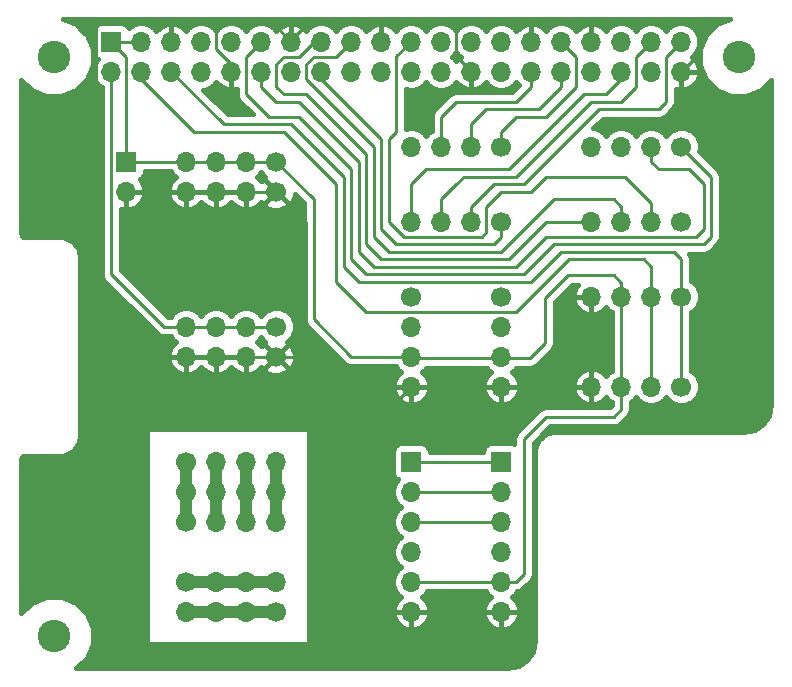
<source format=gbr>
G04 #@! TF.FileFunction,Copper,L2,Bot,Signal*
%FSLAX46Y46*%
G04 Gerber Fmt 4.6, Leading zero omitted, Abs format (unit mm)*
G04 Created by KiCad (PCBNEW 4.0.6-e0-6349~53~ubuntu14.04.1) date Thu May  4 17:22:46 2017*
%MOMM*%
%LPD*%
G01*
G04 APERTURE LIST*
%ADD10C,0.100000*%
%ADD11C,1.700000*%
%ADD12O,1.700000X1.700000*%
%ADD13R,1.700000X1.700000*%
%ADD14C,2.750000*%
%ADD15C,0.250000*%
%ADD16C,1.000000*%
%ADD17C,0.400000*%
G04 APERTURE END LIST*
D10*
D11*
X113411000Y-81178400D03*
D12*
X110871000Y-81178400D03*
X108331000Y-81178400D03*
X105791000Y-81178400D03*
D13*
X99441000Y-68478400D03*
D12*
X99441000Y-71018400D03*
X101981000Y-68478400D03*
X101981000Y-71018400D03*
X104521000Y-68478400D03*
X104521000Y-71018400D03*
X107061000Y-68478400D03*
X107061000Y-71018400D03*
X109601000Y-68478400D03*
X109601000Y-71018400D03*
X112141000Y-68478400D03*
X112141000Y-71018400D03*
X114681000Y-68478400D03*
X114681000Y-71018400D03*
X117221000Y-68478400D03*
X117221000Y-71018400D03*
X119761000Y-68478400D03*
X119761000Y-71018400D03*
X122301000Y-68478400D03*
X122301000Y-71018400D03*
X124841000Y-68478400D03*
X124841000Y-71018400D03*
X127381000Y-68478400D03*
X127381000Y-71018400D03*
X129921000Y-68478400D03*
X129921000Y-71018400D03*
X132461000Y-68478400D03*
X132461000Y-71018400D03*
X135001000Y-68478400D03*
X135001000Y-71018400D03*
X137541000Y-68478400D03*
X137541000Y-71018400D03*
X140081000Y-68478400D03*
X140081000Y-71018400D03*
X142621000Y-68478400D03*
X142621000Y-71018400D03*
X145161000Y-68478400D03*
X145161000Y-71018400D03*
X147701000Y-68478400D03*
X147701000Y-71018400D03*
D13*
X124841000Y-104038400D03*
D12*
X124841000Y-106578400D03*
X124841000Y-109118400D03*
X124841000Y-111658400D03*
X124841000Y-114198400D03*
X124841000Y-116738400D03*
D14*
X152559000Y-69786000D03*
X94559000Y-118786000D03*
X94559000Y-69786000D03*
D13*
X132461000Y-104038400D03*
D12*
X132461000Y-106578400D03*
X132461000Y-109118400D03*
X132461000Y-111658400D03*
X132461000Y-114198400D03*
X132461000Y-116738400D03*
D11*
X105791000Y-104038400D03*
D12*
X108331000Y-104038400D03*
X110871000Y-104038400D03*
X113411000Y-104038400D03*
D11*
X105791000Y-106578400D03*
D12*
X108331000Y-106578400D03*
X110871000Y-106578400D03*
X113411000Y-106578400D03*
D11*
X105791000Y-109118400D03*
D12*
X108331000Y-109118400D03*
X110871000Y-109118400D03*
X113411000Y-109118400D03*
D11*
X105791000Y-114198400D03*
D12*
X108331000Y-114198400D03*
X110871000Y-114198400D03*
X113411000Y-114198400D03*
D11*
X113411000Y-116738400D03*
D12*
X110871000Y-116738400D03*
X108331000Y-116738400D03*
X105791000Y-116738400D03*
D11*
X113411000Y-78638400D03*
D12*
X110871000Y-78638400D03*
X108331000Y-78638400D03*
X105791000Y-78638400D03*
D11*
X113411000Y-92608400D03*
D12*
X110871000Y-92608400D03*
X108331000Y-92608400D03*
X105791000Y-92608400D03*
D11*
X113411000Y-95148400D03*
D12*
X110871000Y-95148400D03*
X108331000Y-95148400D03*
X105791000Y-95148400D03*
D11*
X124841000Y-90068400D03*
D12*
X124841000Y-92608400D03*
X124841000Y-95148400D03*
X124841000Y-97688400D03*
D11*
X132461000Y-77368400D03*
D12*
X129921000Y-77368400D03*
X127381000Y-77368400D03*
X124841000Y-77368400D03*
D11*
X132461000Y-83718400D03*
D12*
X129921000Y-83718400D03*
X127381000Y-83718400D03*
X124841000Y-83718400D03*
D11*
X147701000Y-77368400D03*
D12*
X145161000Y-77368400D03*
X142621000Y-77368400D03*
X140081000Y-77368400D03*
D11*
X147701000Y-83718400D03*
D12*
X145161000Y-83718400D03*
X142621000Y-83718400D03*
X140081000Y-83718400D03*
D11*
X132461000Y-90068400D03*
D12*
X132461000Y-92608400D03*
X132461000Y-95148400D03*
X132461000Y-97688400D03*
D11*
X147701000Y-97688400D03*
D12*
X145161000Y-97688400D03*
X142621000Y-97688400D03*
X140081000Y-97688400D03*
D11*
X147701000Y-90068400D03*
D12*
X145161000Y-90068400D03*
X142621000Y-90068400D03*
X140081000Y-90068400D03*
D13*
X100711000Y-78638400D03*
D12*
X100711000Y-81178400D03*
D15*
X100711000Y-81178400D02*
X105791000Y-81178400D01*
X130556000Y-66573400D02*
X129286000Y-66573400D01*
X128651000Y-67208400D02*
X128651000Y-67843400D01*
X129286000Y-66573400D02*
X128651000Y-67208400D01*
X129921000Y-71018400D02*
X129921000Y-70993000D01*
X129921000Y-70993000D02*
X128651000Y-69723000D01*
X128651000Y-69723000D02*
X128651000Y-67843400D01*
X109601000Y-71018400D02*
X109601000Y-70383400D01*
X109601000Y-70383400D02*
X108331000Y-69113400D01*
X108331000Y-66573400D02*
X108966000Y-66573400D01*
X108331000Y-67208400D02*
X108331000Y-66573400D01*
X108331000Y-69113400D02*
X108331000Y-67208400D01*
X124841000Y-116738400D02*
X122301000Y-116738400D01*
X120396000Y-102133400D02*
X124841000Y-97688400D01*
X120396000Y-114833400D02*
X120396000Y-102133400D01*
X122301000Y-116738400D02*
X120396000Y-114833400D01*
X113411000Y-95148400D02*
X115316000Y-95148400D01*
X115316000Y-95148400D02*
X117856000Y-97688400D01*
X124841000Y-97688400D02*
X117856000Y-97688400D01*
X105791000Y-81178400D02*
X113411000Y-81178400D01*
X113411000Y-81178400D02*
X115951000Y-83718400D01*
X115951000Y-94513400D02*
X115316000Y-95148400D01*
X115951000Y-83718400D02*
X115951000Y-94513400D01*
X114681000Y-68478400D02*
X112776000Y-66573400D01*
X112776000Y-66573400D02*
X113411000Y-66573400D01*
X104521000Y-68478400D02*
X104521000Y-67208400D01*
X104521000Y-67208400D02*
X105156000Y-66573400D01*
X105791000Y-95148400D02*
X103251000Y-95148400D01*
X103251000Y-95148400D02*
X98171000Y-90068400D01*
X98171000Y-90068400D02*
X98171000Y-67208400D01*
X98171000Y-67208400D02*
X98806000Y-66573400D01*
X98806000Y-66573400D02*
X105156000Y-66573400D01*
X148336000Y-66573400D02*
X148336000Y-66548000D01*
X113411000Y-66573400D02*
X129921000Y-66573400D01*
X129921000Y-66573400D02*
X130556000Y-66573400D01*
X130556000Y-66573400D02*
X148336000Y-66573400D01*
X105156000Y-66573400D02*
X108966000Y-66573400D01*
X108966000Y-66573400D02*
X113411000Y-66573400D01*
X113411000Y-95148400D02*
X105791000Y-95148400D01*
X132461000Y-97688400D02*
X124841000Y-97688400D01*
X140081000Y-97688400D02*
X132461000Y-97688400D01*
X140081000Y-90068400D02*
X140081000Y-97688400D01*
X132461000Y-116738400D02*
X124841000Y-116738400D01*
X122301000Y-68478400D02*
X122301000Y-67056000D01*
X122301000Y-67056000D02*
X122809000Y-66548000D01*
X104521000Y-68478400D02*
X104521000Y-68326000D01*
X129921000Y-70993000D02*
X128651000Y-69723000D01*
X135001000Y-68478400D02*
X135001000Y-67056000D01*
X135001000Y-67056000D02*
X134620000Y-66675000D01*
X140081000Y-68478400D02*
X140081000Y-67183000D01*
X140081000Y-67183000D02*
X139446000Y-66548000D01*
X114681000Y-68478400D02*
X114681000Y-68326000D01*
X114681000Y-68326000D02*
X116459000Y-66548000D01*
X116459000Y-66548000D02*
X122809000Y-66548000D01*
X149098000Y-69621400D02*
X147701000Y-71018400D01*
X148336000Y-66548000D02*
X148590000Y-66548000D01*
X148590000Y-66548000D02*
X149098000Y-67056000D01*
X149098000Y-67056000D02*
X149098000Y-69621400D01*
X122809000Y-66548000D02*
X139446000Y-66548000D01*
X139446000Y-66548000D02*
X148336000Y-66548000D01*
X104521000Y-68478400D02*
X104521000Y-68072000D01*
X140081000Y-90170000D02*
X140081000Y-97790000D01*
X129921000Y-83718400D02*
X129921000Y-82448400D01*
X146431000Y-69748400D02*
X147701000Y-68478400D01*
X146431000Y-73558400D02*
X146431000Y-69748400D01*
X145796000Y-74193400D02*
X146431000Y-73558400D01*
X140716000Y-74193400D02*
X145796000Y-74193400D01*
X134366000Y-80543400D02*
X140716000Y-74193400D01*
X131826000Y-80543400D02*
X134366000Y-80543400D01*
X129921000Y-82448400D02*
X131826000Y-80543400D01*
X147701000Y-68478400D02*
X147675600Y-68478400D01*
X127381000Y-83718400D02*
X127381000Y-81813400D01*
X143891000Y-69748400D02*
X145161000Y-68478400D01*
X143891000Y-72288400D02*
X143891000Y-69748400D01*
X142621000Y-73558400D02*
X143891000Y-72288400D01*
X140081000Y-73558400D02*
X142621000Y-73558400D01*
X133731000Y-79908400D02*
X140081000Y-73558400D01*
X129286000Y-79908400D02*
X133731000Y-79908400D01*
X128651000Y-80543400D02*
X129286000Y-79908400D01*
X127381000Y-81813400D02*
X128651000Y-80543400D01*
X142621000Y-83718400D02*
X142621000Y-82448400D01*
X118491000Y-69748400D02*
X119761000Y-68478400D01*
X116586000Y-69748400D02*
X118491000Y-69748400D01*
X115951000Y-70383400D02*
X116586000Y-69748400D01*
X115951000Y-71653400D02*
X115951000Y-70383400D01*
X121666000Y-77368400D02*
X115951000Y-71653400D01*
X121666000Y-84988400D02*
X121666000Y-77368400D01*
X122936000Y-86258400D02*
X121666000Y-84988400D01*
X132461000Y-86258400D02*
X122936000Y-86258400D01*
X136906000Y-81813400D02*
X132461000Y-86258400D01*
X141986000Y-81813400D02*
X136906000Y-81813400D01*
X142621000Y-82448400D02*
X141986000Y-81813400D01*
X119761000Y-68478400D02*
X119913400Y-68478400D01*
X119761000Y-68478400D02*
X119761000Y-68580000D01*
X123571000Y-69723000D02*
X123571000Y-76098400D01*
X123571000Y-76098400D02*
X122936000Y-76733400D01*
X122936000Y-76733400D02*
X122936000Y-83718400D01*
X122936000Y-83718400D02*
X124206000Y-84988400D01*
X124206000Y-84988400D02*
X130784600Y-84988400D01*
X130784600Y-84988400D02*
X131191000Y-84582000D01*
X136271000Y-79908400D02*
X142900400Y-79908400D01*
X135001000Y-81178400D02*
X136271000Y-79908400D01*
X132461000Y-81178400D02*
X135001000Y-81178400D01*
X131191000Y-82448400D02*
X132461000Y-81178400D01*
X131191000Y-84582000D02*
X131191000Y-82448400D01*
X131191000Y-82448400D02*
X131191000Y-82448400D01*
X145161000Y-83566000D02*
X145161000Y-82169000D01*
X145161000Y-82169000D02*
X142900400Y-79908400D01*
X124841000Y-68478400D02*
X124815600Y-68478400D01*
X124815600Y-68478400D02*
X123571000Y-69723000D01*
X124815600Y-68478400D02*
X123571000Y-69723000D01*
X145161000Y-83566000D02*
X145161000Y-82804000D01*
X132461000Y-77368400D02*
X132461000Y-76098400D01*
X138811000Y-69748400D02*
X137541000Y-68478400D01*
X138811000Y-72288400D02*
X138811000Y-69748400D01*
X136271000Y-74828400D02*
X138811000Y-72288400D01*
X133731000Y-74828400D02*
X136271000Y-74828400D01*
X132461000Y-76098400D02*
X133731000Y-74828400D01*
X132461000Y-77368400D02*
X132461000Y-76733400D01*
X137541000Y-68478400D02*
X137693400Y-68478400D01*
X149606000Y-85623400D02*
X150241000Y-84988400D01*
X110871000Y-69748400D02*
X110871000Y-72923400D01*
X110871000Y-72923400D02*
X112776000Y-74828400D01*
X112776000Y-74828400D02*
X115316000Y-74828400D01*
X115316000Y-74828400D02*
X119761000Y-79273400D01*
X119761000Y-79273400D02*
X119761000Y-86893400D01*
X119761000Y-86893400D02*
X121031000Y-88163400D01*
X121031000Y-88163400D02*
X134366000Y-88163400D01*
X134366000Y-88163400D02*
X136906000Y-85623400D01*
X136906000Y-85623400D02*
X149606000Y-85623400D01*
X112141000Y-68478400D02*
X110871000Y-69748400D01*
X150241000Y-79908400D02*
X147701000Y-77368400D01*
X150241000Y-84988400D02*
X150241000Y-79908400D01*
X147701000Y-77216000D02*
X147828000Y-77216000D01*
X147701000Y-77216000D02*
X147701000Y-77216000D01*
X117221000Y-68478400D02*
X116586000Y-68478400D01*
X116586000Y-68478400D02*
X115316000Y-69748400D01*
X136271000Y-83718400D02*
X140081000Y-83718400D01*
X133096000Y-86893400D02*
X136271000Y-83718400D01*
X122301000Y-86893400D02*
X133096000Y-86893400D01*
X121031000Y-85623400D02*
X122301000Y-86893400D01*
X121031000Y-78003400D02*
X121031000Y-85623400D01*
X115951000Y-72923400D02*
X121031000Y-78003400D01*
X114046000Y-72923400D02*
X115951000Y-72923400D01*
X113411000Y-72288400D02*
X114046000Y-72923400D01*
X113411000Y-70383400D02*
X113411000Y-72288400D01*
X114046000Y-69748400D02*
X113411000Y-70383400D01*
X115316000Y-69748400D02*
X114046000Y-69748400D01*
X117221000Y-68478400D02*
X117195600Y-68478400D01*
X100711000Y-78638400D02*
X105791000Y-78638400D01*
X100711000Y-78638400D02*
X100711000Y-74828400D01*
X132461000Y-114198400D02*
X133731000Y-114198400D01*
X142621000Y-99593400D02*
X142621000Y-97688400D01*
X141986000Y-100228400D02*
X142621000Y-99593400D01*
X136271000Y-100228400D02*
X141986000Y-100228400D01*
X134366000Y-102133400D02*
X136271000Y-100228400D01*
X134366000Y-113563400D02*
X134366000Y-102133400D01*
X133731000Y-114198400D02*
X134366000Y-113563400D01*
X124841000Y-95148400D02*
X119761000Y-95148400D01*
X119761000Y-95148400D02*
X116586000Y-91973400D01*
X116586000Y-91973400D02*
X116586000Y-81813400D01*
X116586000Y-81813400D02*
X113411000Y-78638400D01*
X142621000Y-90068400D02*
X142621000Y-97688400D01*
X132461000Y-114198400D02*
X124841000Y-114198400D01*
X105791000Y-78638400D02*
X103886000Y-78638400D01*
X100711000Y-75463400D02*
X100711000Y-74828400D01*
X100711000Y-74828400D02*
X100711000Y-69748400D01*
X100711000Y-69748400D02*
X99441000Y-68478400D01*
X113411000Y-78638400D02*
X110871000Y-78638400D01*
X110871000Y-78638400D02*
X108331000Y-78638400D01*
X108331000Y-78638400D02*
X105791000Y-78638400D01*
X100711000Y-69748400D02*
X99441000Y-68478400D01*
X142621000Y-90170000D02*
X142621000Y-88900000D01*
X134899400Y-95250000D02*
X132461000Y-95250000D01*
X136144000Y-94005400D02*
X134899400Y-95250000D01*
X136144000Y-90195400D02*
X136144000Y-94005400D01*
X138074400Y-88265000D02*
X136144000Y-90195400D01*
X141986000Y-88265000D02*
X138074400Y-88265000D01*
X142621000Y-88900000D02*
X141986000Y-88265000D01*
X101981000Y-68478400D02*
X99441000Y-68478400D01*
X100711000Y-69748400D02*
X99441000Y-68478400D01*
X132461000Y-95250000D02*
X124841000Y-95250000D01*
X142621000Y-90170000D02*
X142621000Y-97790000D01*
X129921000Y-79273400D02*
X133096000Y-79273400D01*
X133096000Y-79273400D02*
X134366000Y-78003400D01*
X142621000Y-71018400D02*
X142621000Y-71653400D01*
X142621000Y-71653400D02*
X141351000Y-72923400D01*
X139446000Y-72923400D02*
X134366000Y-78003400D01*
X141351000Y-72923400D02*
X139446000Y-72923400D01*
X124841000Y-83718400D02*
X124841000Y-80543400D01*
X126111000Y-79273400D02*
X129921000Y-79273400D01*
X124841000Y-80543400D02*
X126111000Y-79273400D01*
X142621000Y-71018400D02*
X142621000Y-71120000D01*
X135001000Y-71018400D02*
X135001000Y-72288400D01*
X133731000Y-73558400D02*
X132461000Y-73558400D01*
X135001000Y-72288400D02*
X133731000Y-73558400D01*
X127381000Y-77368400D02*
X127381000Y-74828400D01*
X128651000Y-73558400D02*
X132461000Y-73558400D01*
X127381000Y-74828400D02*
X128651000Y-73558400D01*
X129921000Y-77368400D02*
X129921000Y-75463400D01*
X137541000Y-72288400D02*
X137541000Y-71018400D01*
X135636000Y-74193400D02*
X137541000Y-72288400D01*
X131191000Y-74193400D02*
X135636000Y-74193400D01*
X129921000Y-75463400D02*
X131191000Y-74193400D01*
X132461000Y-109118400D02*
X124841000Y-109118400D01*
X132461000Y-106578400D02*
X124841000Y-106578400D01*
X132461000Y-104038400D02*
X124841000Y-104038400D01*
X145161000Y-90068400D02*
X145161000Y-87528400D01*
X121031000Y-91338400D02*
X133731000Y-91338400D01*
X118491000Y-88798400D02*
X121031000Y-91338400D01*
X118491000Y-80543400D02*
X118491000Y-88798400D01*
X114046000Y-76098400D02*
X118491000Y-80543400D01*
X106426000Y-76098400D02*
X114046000Y-76098400D01*
X106426000Y-76098400D02*
X101981000Y-71653400D01*
X138176000Y-86893400D02*
X133731000Y-91338400D01*
X144526000Y-86893400D02*
X138176000Y-86893400D01*
X145161000Y-87528400D02*
X144526000Y-86893400D01*
X101981000Y-71018400D02*
X101981000Y-71653400D01*
X145161000Y-90068400D02*
X145161000Y-97688400D01*
X145161000Y-90170000D02*
X145161000Y-97790000D01*
X110871000Y-92608400D02*
X108331000Y-92608400D01*
X110871000Y-92608400D02*
X113411000Y-92608400D01*
X99441000Y-71018400D02*
X99441000Y-88163400D01*
X103886000Y-92608400D02*
X105791000Y-92608400D01*
X99441000Y-88163400D02*
X103886000Y-92608400D01*
X105791000Y-92608400D02*
X108331000Y-92608400D01*
X147701000Y-90068400D02*
X147701000Y-86893400D01*
X108966000Y-75463400D02*
X104521000Y-71018400D01*
X114681000Y-75463400D02*
X108966000Y-75463400D01*
X119126000Y-79908400D02*
X114681000Y-75463400D01*
X119126000Y-87528400D02*
X119126000Y-79908400D01*
X120396000Y-88798400D02*
X119126000Y-87528400D01*
X135001000Y-88798400D02*
X120396000Y-88798400D01*
X137541000Y-86258400D02*
X135001000Y-88798400D01*
X147066000Y-86258400D02*
X137541000Y-86258400D01*
X147701000Y-86893400D02*
X147066000Y-86258400D01*
X147701000Y-90068400D02*
X147701000Y-97688400D01*
X104521000Y-71120000D02*
X104521000Y-71018400D01*
X147701000Y-97790000D02*
X147701000Y-90170000D01*
X132461000Y-83718400D02*
X132461000Y-84988400D01*
X122301000Y-76733400D02*
X117221000Y-71653400D01*
X122301000Y-84353400D02*
X122301000Y-76733400D01*
X123571000Y-85623400D02*
X122301000Y-84353400D01*
X131826000Y-85623400D02*
X123571000Y-85623400D01*
X132461000Y-84988400D02*
X131826000Y-85623400D01*
X117221000Y-71653400D02*
X117221000Y-71247000D01*
X145161000Y-77368400D02*
X145161000Y-78638400D01*
X148971000Y-84988400D02*
X144526000Y-84988400D01*
X149606000Y-84353400D02*
X148971000Y-84988400D01*
X149606000Y-80543400D02*
X149606000Y-84353400D01*
X148336000Y-79273400D02*
X149606000Y-80543400D01*
X145796000Y-79273400D02*
X148336000Y-79273400D01*
X145161000Y-78638400D02*
X145796000Y-79273400D01*
X115316000Y-73558400D02*
X120396000Y-78638400D01*
X120396000Y-78638400D02*
X120396000Y-86258400D01*
X120396000Y-86258400D02*
X121031000Y-86893400D01*
X113411000Y-73558400D02*
X115316000Y-73558400D01*
X112141000Y-72288400D02*
X113411000Y-73558400D01*
X112141000Y-72288400D02*
X112141000Y-71018400D01*
X121666000Y-87528400D02*
X121031000Y-86893400D01*
X133731000Y-87528400D02*
X121666000Y-87528400D01*
X136271000Y-84988400D02*
X133731000Y-87528400D01*
X144526000Y-84988400D02*
X136271000Y-84988400D01*
D16*
X105791000Y-104038400D02*
X105791000Y-109118400D01*
X113411000Y-114198400D02*
X105791000Y-114198400D01*
X113411000Y-116738400D02*
X110871000Y-116738400D01*
X110871000Y-116738400D02*
X108331000Y-116738400D01*
X108331000Y-116738400D02*
X105791000Y-116738400D01*
X108331000Y-104038400D02*
X108331000Y-106578400D01*
X108331000Y-106578400D02*
X108331000Y-109118400D01*
X110871000Y-106578400D02*
X110871000Y-109118400D01*
X110871000Y-104038400D02*
X110871000Y-106578400D01*
X113411000Y-106578400D02*
X113411000Y-109118400D01*
X113411000Y-104038400D02*
X113411000Y-106578400D01*
D17*
G36*
X150692142Y-66986765D02*
X149763027Y-67914259D01*
X149259574Y-69126710D01*
X149258428Y-70439531D01*
X149759765Y-71652858D01*
X150687259Y-72581973D01*
X151899710Y-73085426D01*
X153212531Y-73086572D01*
X154425858Y-72585235D01*
X155309000Y-71703634D01*
X155309000Y-99212131D01*
X155124154Y-100141415D01*
X154639600Y-100866600D01*
X153914414Y-101351155D01*
X152985131Y-101536000D01*
X137059000Y-101536000D01*
X136986550Y-101550411D01*
X136912683Y-101550411D01*
X136530000Y-101626531D01*
X136529999Y-101626531D01*
X136495160Y-101640962D01*
X136259639Y-101738517D01*
X136259636Y-101738520D01*
X135935218Y-101955290D01*
X135935215Y-101955291D01*
X135868141Y-102022365D01*
X135728290Y-102162215D01*
X135728290Y-102162216D01*
X135511520Y-102486637D01*
X135511517Y-102486640D01*
X135470626Y-102585361D01*
X135399530Y-102757000D01*
X135399530Y-102757005D01*
X135323411Y-103139683D01*
X135323411Y-103213550D01*
X135309000Y-103286000D01*
X135309000Y-119212131D01*
X135124154Y-120141415D01*
X134639600Y-120866600D01*
X133914414Y-121351155D01*
X132985131Y-121536000D01*
X96475179Y-121536000D01*
X97354973Y-120657741D01*
X97858426Y-119445290D01*
X97859572Y-118132469D01*
X97358235Y-116919142D01*
X96430741Y-115990027D01*
X95218290Y-115486574D01*
X93905469Y-115485428D01*
X92692142Y-115986765D01*
X91809000Y-116868366D01*
X91809000Y-103859868D01*
X91841605Y-103695951D01*
X91892613Y-103619613D01*
X91968952Y-103568605D01*
X92132868Y-103536000D01*
X95059000Y-103536000D01*
X95131450Y-103521589D01*
X95205317Y-103521589D01*
X95587995Y-103445470D01*
X95588000Y-103445470D01*
X95723180Y-103389476D01*
X95858360Y-103333483D01*
X95858363Y-103333480D01*
X96182782Y-103116711D01*
X96182785Y-103116710D01*
X96320584Y-102978910D01*
X96389709Y-102909785D01*
X96389710Y-102909782D01*
X96606480Y-102585364D01*
X96606483Y-102585361D01*
X96695968Y-102369322D01*
X96718469Y-102315001D01*
X96718469Y-102315000D01*
X96794589Y-101932317D01*
X96794589Y-101858450D01*
X96809000Y-101786000D01*
X96809000Y-101498400D01*
X102416000Y-101498400D01*
X102416000Y-119278400D01*
X102429678Y-119351091D01*
X102472638Y-119417854D01*
X102538189Y-119462643D01*
X102616000Y-119478400D01*
X115951000Y-119478400D01*
X116023691Y-119464722D01*
X116090454Y-119421762D01*
X116135243Y-119356211D01*
X116151000Y-119278400D01*
X116151000Y-116985811D01*
X123310873Y-116985811D01*
X123332667Y-117095376D01*
X123584091Y-117645417D01*
X124026868Y-118057373D01*
X124593589Y-118268527D01*
X124836000Y-118113392D01*
X124836000Y-116743400D01*
X124846000Y-116743400D01*
X124846000Y-118113392D01*
X125088411Y-118268527D01*
X125655132Y-118057373D01*
X126097909Y-117645417D01*
X126349333Y-117095376D01*
X126371127Y-116985811D01*
X130930873Y-116985811D01*
X130952667Y-117095376D01*
X131204091Y-117645417D01*
X131646868Y-118057373D01*
X132213589Y-118268527D01*
X132456000Y-118113392D01*
X132456000Y-116743400D01*
X132466000Y-116743400D01*
X132466000Y-118113392D01*
X132708411Y-118268527D01*
X133275132Y-118057373D01*
X133717909Y-117645417D01*
X133969333Y-117095376D01*
X133991127Y-116985811D01*
X133835991Y-116743400D01*
X132466000Y-116743400D01*
X132456000Y-116743400D01*
X131086009Y-116743400D01*
X130930873Y-116985811D01*
X126371127Y-116985811D01*
X126215991Y-116743400D01*
X124846000Y-116743400D01*
X124836000Y-116743400D01*
X123466009Y-116743400D01*
X123310873Y-116985811D01*
X116151000Y-116985811D01*
X116151000Y-101498400D01*
X116137322Y-101425709D01*
X116094362Y-101358946D01*
X116028811Y-101314157D01*
X115951000Y-101298400D01*
X102616000Y-101298400D01*
X102543309Y-101312078D01*
X102476546Y-101355038D01*
X102431757Y-101420589D01*
X102416000Y-101498400D01*
X96809000Y-101498400D01*
X96809000Y-97935811D01*
X123310873Y-97935811D01*
X123332667Y-98045376D01*
X123584091Y-98595417D01*
X124026868Y-99007373D01*
X124593589Y-99218527D01*
X124836000Y-99063392D01*
X124836000Y-97693400D01*
X124846000Y-97693400D01*
X124846000Y-99063392D01*
X125088411Y-99218527D01*
X125655132Y-99007373D01*
X126097909Y-98595417D01*
X126349333Y-98045376D01*
X126371127Y-97935811D01*
X130930873Y-97935811D01*
X130952667Y-98045376D01*
X131204091Y-98595417D01*
X131646868Y-99007373D01*
X132213589Y-99218527D01*
X132456000Y-99063392D01*
X132456000Y-97693400D01*
X132466000Y-97693400D01*
X132466000Y-99063392D01*
X132708411Y-99218527D01*
X133275132Y-99007373D01*
X133717909Y-98595417D01*
X133969333Y-98045376D01*
X133991127Y-97935811D01*
X138550873Y-97935811D01*
X138762027Y-98502532D01*
X139173983Y-98945309D01*
X139724024Y-99196733D01*
X139833589Y-99218527D01*
X140076000Y-99063391D01*
X140076000Y-97693400D01*
X138706008Y-97693400D01*
X138550873Y-97935811D01*
X133991127Y-97935811D01*
X133835991Y-97693400D01*
X132466000Y-97693400D01*
X132456000Y-97693400D01*
X131086009Y-97693400D01*
X130930873Y-97935811D01*
X126371127Y-97935811D01*
X126215991Y-97693400D01*
X124846000Y-97693400D01*
X124836000Y-97693400D01*
X123466009Y-97693400D01*
X123310873Y-97935811D01*
X96809000Y-97935811D01*
X96809000Y-95395811D01*
X104260873Y-95395811D01*
X104472027Y-95962532D01*
X104883983Y-96405309D01*
X105434024Y-96656733D01*
X105543589Y-96678527D01*
X105786000Y-96523391D01*
X105786000Y-95153400D01*
X105796000Y-95153400D01*
X105796000Y-96523391D01*
X106038411Y-96678527D01*
X106147976Y-96656733D01*
X106698017Y-96405309D01*
X107061000Y-96015169D01*
X107423983Y-96405309D01*
X107974024Y-96656733D01*
X108083589Y-96678527D01*
X108326000Y-96523391D01*
X108326000Y-95153400D01*
X108336000Y-95153400D01*
X108336000Y-96523391D01*
X108578411Y-96678527D01*
X108687976Y-96656733D01*
X109238017Y-96405309D01*
X109601000Y-96015169D01*
X109963983Y-96405309D01*
X110514024Y-96656733D01*
X110623589Y-96678527D01*
X110866000Y-96523391D01*
X110866000Y-95153400D01*
X108336000Y-95153400D01*
X108326000Y-95153400D01*
X105796000Y-95153400D01*
X105786000Y-95153400D01*
X104416008Y-95153400D01*
X104260873Y-95395811D01*
X96809000Y-95395811D01*
X96809000Y-86786000D01*
X96794589Y-86713550D01*
X96794589Y-86639683D01*
X96718469Y-86257000D01*
X96718469Y-86256998D01*
X96666361Y-86131199D01*
X96606483Y-85986639D01*
X96606480Y-85986636D01*
X96389709Y-85662216D01*
X96389709Y-85662215D01*
X96263494Y-85536000D01*
X96182785Y-85455290D01*
X96182782Y-85455289D01*
X95858363Y-85238520D01*
X95858360Y-85238517D01*
X95713224Y-85178400D01*
X95588000Y-85126530D01*
X95587995Y-85126530D01*
X95205317Y-85050411D01*
X95131450Y-85050411D01*
X95059000Y-85036000D01*
X92132868Y-85036000D01*
X91968952Y-85003395D01*
X91892613Y-84952387D01*
X91841605Y-84876049D01*
X91809000Y-84712132D01*
X91809000Y-71702179D01*
X92687259Y-72581973D01*
X93899710Y-73085426D01*
X95212531Y-73086572D01*
X96425858Y-72585235D01*
X97354973Y-71657741D01*
X97858426Y-70445290D01*
X97859572Y-69132469D01*
X97358235Y-67919142D01*
X97068001Y-67628400D01*
X97877287Y-67628400D01*
X97877287Y-69328400D01*
X97926097Y-69587804D01*
X98079405Y-69826051D01*
X98292002Y-69971312D01*
X98008987Y-70394875D01*
X97891000Y-70988034D01*
X97891000Y-71048766D01*
X98008987Y-71641925D01*
X98344984Y-72144782D01*
X98616000Y-72325868D01*
X98616000Y-88163400D01*
X98678799Y-88479114D01*
X98857637Y-88746763D01*
X103302637Y-93191763D01*
X103570286Y-93370601D01*
X103886000Y-93433400D01*
X104493608Y-93433400D01*
X104694984Y-93734782D01*
X104911020Y-93879132D01*
X104883983Y-93891491D01*
X104472027Y-94334268D01*
X104260873Y-94900989D01*
X104416008Y-95143400D01*
X105786000Y-95143400D01*
X105786000Y-95123400D01*
X105796000Y-95123400D01*
X105796000Y-95143400D01*
X108326000Y-95143400D01*
X108326000Y-95123400D01*
X108336000Y-95123400D01*
X108336000Y-95143400D01*
X110866000Y-95143400D01*
X110866000Y-95123400D01*
X110876000Y-95123400D01*
X110876000Y-95143400D01*
X110896000Y-95143400D01*
X110896000Y-95153400D01*
X110876000Y-95153400D01*
X110876000Y-96523391D01*
X111118411Y-96678527D01*
X111227976Y-96656733D01*
X111778017Y-96405309D01*
X112019580Y-96145673D01*
X112420798Y-96145673D01*
X112486134Y-96429875D01*
X113046935Y-96686260D01*
X113663161Y-96708519D01*
X114240997Y-96493264D01*
X114335866Y-96429875D01*
X114401202Y-96145673D01*
X113411000Y-95155471D01*
X112420798Y-96145673D01*
X112019580Y-96145673D01*
X112111728Y-96046631D01*
X112129525Y-96073266D01*
X112413727Y-96138602D01*
X113403929Y-95148400D01*
X113418071Y-95148400D01*
X114408273Y-96138602D01*
X114692475Y-96073266D01*
X114948860Y-95512465D01*
X114971119Y-94896239D01*
X114755864Y-94318403D01*
X114692475Y-94223534D01*
X114408273Y-94158198D01*
X113418071Y-95148400D01*
X113403929Y-95148400D01*
X112413727Y-94158198D01*
X112129525Y-94223534D01*
X112115496Y-94254219D01*
X111778017Y-93891491D01*
X111750980Y-93879132D01*
X111967016Y-93734782D01*
X112118693Y-93507781D01*
X112484463Y-93874192D01*
X112420798Y-94151127D01*
X113411000Y-95141329D01*
X114401202Y-94151127D01*
X114337426Y-93873710D01*
X114724260Y-93487551D01*
X114960730Y-92918067D01*
X114961268Y-92301439D01*
X114725792Y-91731543D01*
X114290151Y-91295140D01*
X113720667Y-91058670D01*
X113104039Y-91058132D01*
X112534143Y-91293608D01*
X112118418Y-91708607D01*
X111967016Y-91482018D01*
X111464159Y-91146021D01*
X110871000Y-91028034D01*
X110277841Y-91146021D01*
X109774984Y-91482018D01*
X109601000Y-91742404D01*
X109427016Y-91482018D01*
X108924159Y-91146021D01*
X108331000Y-91028034D01*
X107737841Y-91146021D01*
X107234984Y-91482018D01*
X107061000Y-91742404D01*
X106887016Y-91482018D01*
X106384159Y-91146021D01*
X105791000Y-91028034D01*
X105197841Y-91146021D01*
X104694984Y-91482018D01*
X104493608Y-91783400D01*
X104227726Y-91783400D01*
X100266000Y-87821674D01*
X100266000Y-82634908D01*
X100463589Y-82708527D01*
X100706000Y-82553392D01*
X100706000Y-81183400D01*
X100716000Y-81183400D01*
X100716000Y-82553392D01*
X100958411Y-82708527D01*
X101525132Y-82497373D01*
X101967909Y-82085417D01*
X102219333Y-81535376D01*
X102241127Y-81425811D01*
X104260873Y-81425811D01*
X104472027Y-81992532D01*
X104883983Y-82435309D01*
X105434024Y-82686733D01*
X105543589Y-82708527D01*
X105786000Y-82553391D01*
X105786000Y-81183400D01*
X105796000Y-81183400D01*
X105796000Y-82553391D01*
X106038411Y-82708527D01*
X106147976Y-82686733D01*
X106698017Y-82435309D01*
X107061000Y-82045169D01*
X107423983Y-82435309D01*
X107974024Y-82686733D01*
X108083589Y-82708527D01*
X108326000Y-82553391D01*
X108326000Y-81183400D01*
X108336000Y-81183400D01*
X108336000Y-82553391D01*
X108578411Y-82708527D01*
X108687976Y-82686733D01*
X109238017Y-82435309D01*
X109601000Y-82045169D01*
X109963983Y-82435309D01*
X110514024Y-82686733D01*
X110623589Y-82708527D01*
X110866000Y-82553391D01*
X110866000Y-81183400D01*
X108336000Y-81183400D01*
X108326000Y-81183400D01*
X105796000Y-81183400D01*
X105786000Y-81183400D01*
X104416008Y-81183400D01*
X104260873Y-81425811D01*
X102241127Y-81425811D01*
X102085991Y-81183400D01*
X100716000Y-81183400D01*
X100706000Y-81183400D01*
X100686000Y-81183400D01*
X100686000Y-81173400D01*
X100706000Y-81173400D01*
X100706000Y-81153400D01*
X100716000Y-81153400D01*
X100716000Y-81173400D01*
X102085991Y-81173400D01*
X102241127Y-80930989D01*
X102219333Y-80821424D01*
X101967909Y-80271383D01*
X101832576Y-80145470D01*
X102058651Y-79999995D01*
X102218482Y-79766074D01*
X102274713Y-79488400D01*
X102274713Y-79463400D01*
X104493608Y-79463400D01*
X104694984Y-79764782D01*
X104911020Y-79909132D01*
X104883983Y-79921491D01*
X104472027Y-80364268D01*
X104260873Y-80930989D01*
X104416008Y-81173400D01*
X105786000Y-81173400D01*
X105786000Y-81153400D01*
X105796000Y-81153400D01*
X105796000Y-81173400D01*
X108326000Y-81173400D01*
X108326000Y-81153400D01*
X108336000Y-81153400D01*
X108336000Y-81173400D01*
X110866000Y-81173400D01*
X110866000Y-81153400D01*
X110876000Y-81153400D01*
X110876000Y-81173400D01*
X110896000Y-81173400D01*
X110896000Y-81183400D01*
X110876000Y-81183400D01*
X110876000Y-82553391D01*
X111118411Y-82708527D01*
X111227976Y-82686733D01*
X111778017Y-82435309D01*
X112019580Y-82175673D01*
X112420798Y-82175673D01*
X112486134Y-82459875D01*
X113046935Y-82716260D01*
X113663161Y-82738519D01*
X114240997Y-82523264D01*
X114335866Y-82459875D01*
X114401202Y-82175673D01*
X113411000Y-81185471D01*
X112420798Y-82175673D01*
X112019580Y-82175673D01*
X112111728Y-82076631D01*
X112129525Y-82103266D01*
X112413727Y-82168602D01*
X113403929Y-81178400D01*
X112413727Y-80188198D01*
X112129525Y-80253534D01*
X112115496Y-80284219D01*
X111778017Y-79921491D01*
X111750980Y-79909132D01*
X111967016Y-79764782D01*
X112118693Y-79537781D01*
X112484463Y-79904192D01*
X112420798Y-80181127D01*
X113411000Y-81171329D01*
X113425143Y-81157187D01*
X113432214Y-81164258D01*
X113418071Y-81178400D01*
X114408273Y-82168602D01*
X114692475Y-82103266D01*
X114948860Y-81542465D01*
X114955814Y-81349940D01*
X115761000Y-82155126D01*
X115761000Y-91973400D01*
X115823799Y-92289114D01*
X116002637Y-92556763D01*
X119177637Y-95731763D01*
X119445286Y-95910601D01*
X119761000Y-95973400D01*
X123533532Y-95973400D01*
X123714618Y-96244416D01*
X123974554Y-96418099D01*
X123584091Y-96781383D01*
X123332667Y-97331424D01*
X123310873Y-97440989D01*
X123466009Y-97683400D01*
X124836000Y-97683400D01*
X124836000Y-97663400D01*
X124846000Y-97663400D01*
X124846000Y-97683400D01*
X126215991Y-97683400D01*
X126371127Y-97440989D01*
X126349333Y-97331424D01*
X126097909Y-96781383D01*
X125707446Y-96418099D01*
X125967382Y-96244416D01*
X126080582Y-96075000D01*
X131221418Y-96075000D01*
X131334618Y-96244416D01*
X131594554Y-96418099D01*
X131204091Y-96781383D01*
X130952667Y-97331424D01*
X130930873Y-97440989D01*
X131086009Y-97683400D01*
X132456000Y-97683400D01*
X132456000Y-97663400D01*
X132466000Y-97663400D01*
X132466000Y-97683400D01*
X133835991Y-97683400D01*
X133991127Y-97440989D01*
X138550873Y-97440989D01*
X138706008Y-97683400D01*
X140076000Y-97683400D01*
X140076000Y-96313409D01*
X139833589Y-96158273D01*
X139724024Y-96180067D01*
X139173983Y-96431491D01*
X138762027Y-96874268D01*
X138550873Y-97440989D01*
X133991127Y-97440989D01*
X133969333Y-97331424D01*
X133717909Y-96781383D01*
X133327446Y-96418099D01*
X133587382Y-96244416D01*
X133700582Y-96075000D01*
X134899400Y-96075000D01*
X135215114Y-96012201D01*
X135482763Y-95833363D01*
X136727363Y-94588763D01*
X136906201Y-94321114D01*
X136969000Y-94005400D01*
X136969000Y-90537126D01*
X137190315Y-90315811D01*
X138550873Y-90315811D01*
X138762027Y-90882532D01*
X139173983Y-91325309D01*
X139724024Y-91576733D01*
X139833589Y-91598527D01*
X140076000Y-91443391D01*
X140076000Y-90073400D01*
X138706008Y-90073400D01*
X138550873Y-90315811D01*
X137190315Y-90315811D01*
X138416126Y-89090000D01*
X138914861Y-89090000D01*
X138762027Y-89254268D01*
X138550873Y-89820989D01*
X138706008Y-90063400D01*
X140076000Y-90063400D01*
X140076000Y-90043400D01*
X140086000Y-90043400D01*
X140086000Y-90063400D01*
X140106000Y-90063400D01*
X140106000Y-90073400D01*
X140086000Y-90073400D01*
X140086000Y-91443391D01*
X140328411Y-91598527D01*
X140437976Y-91576733D01*
X140988017Y-91325309D01*
X141351301Y-90934846D01*
X141524984Y-91194782D01*
X141796000Y-91375868D01*
X141796000Y-96380932D01*
X141524984Y-96562018D01*
X141351301Y-96821954D01*
X140988017Y-96431491D01*
X140437976Y-96180067D01*
X140328411Y-96158273D01*
X140086000Y-96313409D01*
X140086000Y-97683400D01*
X140106000Y-97683400D01*
X140106000Y-97693400D01*
X140086000Y-97693400D01*
X140086000Y-99063391D01*
X140328411Y-99218527D01*
X140437976Y-99196733D01*
X140988017Y-98945309D01*
X141351301Y-98554846D01*
X141524984Y-98814782D01*
X141796000Y-98995868D01*
X141796000Y-99251674D01*
X141644274Y-99403400D01*
X136271000Y-99403400D01*
X135955286Y-99466199D01*
X135687637Y-99645037D01*
X133782637Y-101550037D01*
X133603799Y-101817686D01*
X133541000Y-102133400D01*
X133541000Y-102521264D01*
X133311000Y-102474687D01*
X131611000Y-102474687D01*
X131351596Y-102523497D01*
X131113349Y-102676805D01*
X130953518Y-102910726D01*
X130897287Y-103188400D01*
X130897287Y-103213400D01*
X126404713Y-103213400D01*
X126404713Y-103188400D01*
X126355903Y-102928996D01*
X126202595Y-102690749D01*
X125968674Y-102530918D01*
X125691000Y-102474687D01*
X123991000Y-102474687D01*
X123731596Y-102523497D01*
X123493349Y-102676805D01*
X123333518Y-102910726D01*
X123277287Y-103188400D01*
X123277287Y-104888400D01*
X123326097Y-105147804D01*
X123479405Y-105386051D01*
X123685084Y-105526585D01*
X123378621Y-105985241D01*
X123260634Y-106578400D01*
X123378621Y-107171559D01*
X123714618Y-107674416D01*
X123975004Y-107848400D01*
X123714618Y-108022384D01*
X123378621Y-108525241D01*
X123260634Y-109118400D01*
X123378621Y-109711559D01*
X123714618Y-110214416D01*
X123975004Y-110388400D01*
X123714618Y-110562384D01*
X123378621Y-111065241D01*
X123260634Y-111658400D01*
X123378621Y-112251559D01*
X123714618Y-112754416D01*
X123975004Y-112928400D01*
X123714618Y-113102384D01*
X123378621Y-113605241D01*
X123260634Y-114198400D01*
X123378621Y-114791559D01*
X123714618Y-115294416D01*
X123974554Y-115468099D01*
X123584091Y-115831383D01*
X123332667Y-116381424D01*
X123310873Y-116490989D01*
X123466009Y-116733400D01*
X124836000Y-116733400D01*
X124836000Y-116713400D01*
X124846000Y-116713400D01*
X124846000Y-116733400D01*
X126215991Y-116733400D01*
X126371127Y-116490989D01*
X126349333Y-116381424D01*
X126097909Y-115831383D01*
X125707446Y-115468099D01*
X125967382Y-115294416D01*
X126148468Y-115023400D01*
X131153532Y-115023400D01*
X131334618Y-115294416D01*
X131594554Y-115468099D01*
X131204091Y-115831383D01*
X130952667Y-116381424D01*
X130930873Y-116490989D01*
X131086009Y-116733400D01*
X132456000Y-116733400D01*
X132456000Y-116713400D01*
X132466000Y-116713400D01*
X132466000Y-116733400D01*
X133835991Y-116733400D01*
X133991127Y-116490989D01*
X133969333Y-116381424D01*
X133717909Y-115831383D01*
X133327446Y-115468099D01*
X133587382Y-115294416D01*
X133774212Y-115014805D01*
X134046714Y-114960601D01*
X134314363Y-114781763D01*
X134949363Y-114146763D01*
X135128201Y-113879114D01*
X135191000Y-113563400D01*
X135191000Y-102475126D01*
X136612726Y-101053400D01*
X141986000Y-101053400D01*
X142301714Y-100990601D01*
X142569363Y-100811763D01*
X143204363Y-100176763D01*
X143383201Y-99909114D01*
X143446000Y-99593400D01*
X143446000Y-98995868D01*
X143717016Y-98814782D01*
X143891000Y-98554396D01*
X144064984Y-98814782D01*
X144567841Y-99150779D01*
X145161000Y-99268766D01*
X145754159Y-99150779D01*
X146257016Y-98814782D01*
X146408693Y-98587781D01*
X146821849Y-99001660D01*
X147391333Y-99238130D01*
X148007961Y-99238668D01*
X148577857Y-99003192D01*
X149014260Y-98567551D01*
X149250730Y-97998067D01*
X149251268Y-97381439D01*
X149015792Y-96811543D01*
X148580151Y-96375140D01*
X148526000Y-96352655D01*
X148526000Y-91404619D01*
X148577857Y-91383192D01*
X149014260Y-90947551D01*
X149250730Y-90378067D01*
X149251268Y-89761439D01*
X149015792Y-89191543D01*
X148580151Y-88755140D01*
X148526000Y-88732655D01*
X148526000Y-86893400D01*
X148463201Y-86577686D01*
X148376815Y-86448400D01*
X149606000Y-86448400D01*
X149921714Y-86385601D01*
X150189363Y-86206763D01*
X150824363Y-85571763D01*
X151003201Y-85304114D01*
X151066000Y-84988400D01*
X151066000Y-79908400D01*
X151003201Y-79592686D01*
X150824363Y-79325037D01*
X149229213Y-77729887D01*
X149250730Y-77678067D01*
X149251268Y-77061439D01*
X149015792Y-76491543D01*
X148580151Y-76055140D01*
X148010667Y-75818670D01*
X147394039Y-75818132D01*
X146824143Y-76053608D01*
X146408418Y-76468607D01*
X146257016Y-76242018D01*
X145754159Y-75906021D01*
X145161000Y-75788034D01*
X144567841Y-75906021D01*
X144064984Y-76242018D01*
X143891000Y-76502404D01*
X143717016Y-76242018D01*
X143214159Y-75906021D01*
X142621000Y-75788034D01*
X142027841Y-75906021D01*
X141524984Y-76242018D01*
X141351000Y-76502404D01*
X141177016Y-76242018D01*
X140674159Y-75906021D01*
X140253733Y-75822393D01*
X141057726Y-75018400D01*
X145796000Y-75018400D01*
X146111714Y-74955601D01*
X146379363Y-74776763D01*
X147014363Y-74141763D01*
X147193201Y-73874114D01*
X147256000Y-73558400D01*
X147256000Y-72486497D01*
X147344024Y-72526733D01*
X147453589Y-72548527D01*
X147696000Y-72393391D01*
X147696000Y-71023400D01*
X147706000Y-71023400D01*
X147706000Y-72393391D01*
X147948411Y-72548527D01*
X148057976Y-72526733D01*
X148608017Y-72275309D01*
X149019973Y-71832532D01*
X149231127Y-71265811D01*
X149075992Y-71023400D01*
X147706000Y-71023400D01*
X147696000Y-71023400D01*
X147676000Y-71023400D01*
X147676000Y-71013400D01*
X147696000Y-71013400D01*
X147696000Y-70993400D01*
X147706000Y-70993400D01*
X147706000Y-71013400D01*
X149075992Y-71013400D01*
X149231127Y-70770989D01*
X149019973Y-70204268D01*
X148608017Y-69761491D01*
X148580980Y-69749132D01*
X148797016Y-69604782D01*
X149133013Y-69101925D01*
X149251000Y-68508766D01*
X149251000Y-68448034D01*
X149133013Y-67854875D01*
X148797016Y-67352018D01*
X148294159Y-67016021D01*
X147701000Y-66898034D01*
X147107841Y-67016021D01*
X146604984Y-67352018D01*
X146431000Y-67612404D01*
X146257016Y-67352018D01*
X145754159Y-67016021D01*
X145161000Y-66898034D01*
X144567841Y-67016021D01*
X144064984Y-67352018D01*
X143891000Y-67612404D01*
X143717016Y-67352018D01*
X143214159Y-67016021D01*
X142621000Y-66898034D01*
X142027841Y-67016021D01*
X141524984Y-67352018D01*
X141351301Y-67611954D01*
X140988017Y-67221491D01*
X140437976Y-66970067D01*
X140328411Y-66948273D01*
X140086000Y-67103409D01*
X140086000Y-68473400D01*
X140106000Y-68473400D01*
X140106000Y-68483400D01*
X140086000Y-68483400D01*
X140086000Y-68503400D01*
X140076000Y-68503400D01*
X140076000Y-68483400D01*
X140056000Y-68483400D01*
X140056000Y-68473400D01*
X140076000Y-68473400D01*
X140076000Y-67103409D01*
X139833589Y-66948273D01*
X139724024Y-66970067D01*
X139173983Y-67221491D01*
X138810699Y-67611954D01*
X138637016Y-67352018D01*
X138134159Y-67016021D01*
X137541000Y-66898034D01*
X136947841Y-67016021D01*
X136444984Y-67352018D01*
X136271301Y-67611954D01*
X135908017Y-67221491D01*
X135357976Y-66970067D01*
X135248411Y-66948273D01*
X135006000Y-67103409D01*
X135006000Y-68473400D01*
X135026000Y-68473400D01*
X135026000Y-68483400D01*
X135006000Y-68483400D01*
X135006000Y-68503400D01*
X134996000Y-68503400D01*
X134996000Y-68483400D01*
X134976000Y-68483400D01*
X134976000Y-68473400D01*
X134996000Y-68473400D01*
X134996000Y-67103409D01*
X134753589Y-66948273D01*
X134644024Y-66970067D01*
X134093983Y-67221491D01*
X133730699Y-67611954D01*
X133557016Y-67352018D01*
X133054159Y-67016021D01*
X132461000Y-66898034D01*
X131867841Y-67016021D01*
X131364984Y-67352018D01*
X131191000Y-67612404D01*
X131017016Y-67352018D01*
X130514159Y-67016021D01*
X129921000Y-66898034D01*
X129327841Y-67016021D01*
X128824984Y-67352018D01*
X128651000Y-67612404D01*
X128477016Y-67352018D01*
X127974159Y-67016021D01*
X127381000Y-66898034D01*
X126787841Y-67016021D01*
X126284984Y-67352018D01*
X126111000Y-67612404D01*
X125937016Y-67352018D01*
X125434159Y-67016021D01*
X124841000Y-66898034D01*
X124247841Y-67016021D01*
X123744984Y-67352018D01*
X123571301Y-67611954D01*
X123208017Y-67221491D01*
X122657976Y-66970067D01*
X122548411Y-66948273D01*
X122306000Y-67103409D01*
X122306000Y-68473400D01*
X122326000Y-68473400D01*
X122326000Y-68483400D01*
X122306000Y-68483400D01*
X122306000Y-68503400D01*
X122296000Y-68503400D01*
X122296000Y-68483400D01*
X122276000Y-68483400D01*
X122276000Y-68473400D01*
X122296000Y-68473400D01*
X122296000Y-67103409D01*
X122053589Y-66948273D01*
X121944024Y-66970067D01*
X121393983Y-67221491D01*
X121030699Y-67611954D01*
X120857016Y-67352018D01*
X120354159Y-67016021D01*
X119761000Y-66898034D01*
X119167841Y-67016021D01*
X118664984Y-67352018D01*
X118491000Y-67612404D01*
X118317016Y-67352018D01*
X117814159Y-67016021D01*
X117221000Y-66898034D01*
X116627841Y-67016021D01*
X116124984Y-67352018D01*
X115951301Y-67611954D01*
X115588017Y-67221491D01*
X115037976Y-66970067D01*
X114928411Y-66948273D01*
X114686000Y-67103409D01*
X114686000Y-68473400D01*
X114706000Y-68473400D01*
X114706000Y-68483400D01*
X114686000Y-68483400D01*
X114686000Y-68503400D01*
X114676000Y-68503400D01*
X114676000Y-68483400D01*
X114656000Y-68483400D01*
X114656000Y-68473400D01*
X114676000Y-68473400D01*
X114676000Y-67103409D01*
X114433589Y-66948273D01*
X114324024Y-66970067D01*
X113773983Y-67221491D01*
X113410699Y-67611954D01*
X113237016Y-67352018D01*
X112734159Y-67016021D01*
X112141000Y-66898034D01*
X111547841Y-67016021D01*
X111044984Y-67352018D01*
X110871000Y-67612404D01*
X110697016Y-67352018D01*
X110194159Y-67016021D01*
X109601000Y-66898034D01*
X109007841Y-67016021D01*
X108504984Y-67352018D01*
X108331000Y-67612404D01*
X108157016Y-67352018D01*
X107654159Y-67016021D01*
X107061000Y-66898034D01*
X106467841Y-67016021D01*
X105964984Y-67352018D01*
X105791301Y-67611954D01*
X105428017Y-67221491D01*
X104877976Y-66970067D01*
X104768411Y-66948273D01*
X104526000Y-67103409D01*
X104526000Y-68473400D01*
X104546000Y-68473400D01*
X104546000Y-68483400D01*
X104526000Y-68483400D01*
X104526000Y-68503400D01*
X104516000Y-68503400D01*
X104516000Y-68483400D01*
X104496000Y-68483400D01*
X104496000Y-68473400D01*
X104516000Y-68473400D01*
X104516000Y-67103409D01*
X104273589Y-66948273D01*
X104164024Y-66970067D01*
X103613983Y-67221491D01*
X103250699Y-67611954D01*
X103077016Y-67352018D01*
X102574159Y-67016021D01*
X101981000Y-66898034D01*
X101387841Y-67016021D01*
X100926939Y-67323985D01*
X100802595Y-67130749D01*
X100568674Y-66970918D01*
X100291000Y-66914687D01*
X98591000Y-66914687D01*
X98331596Y-66963497D01*
X98093349Y-67116805D01*
X97933518Y-67350726D01*
X97877287Y-67628400D01*
X97068001Y-67628400D01*
X96430741Y-66990027D01*
X95337321Y-66536000D01*
X151783076Y-66536000D01*
X150692142Y-66986765D01*
X150692142Y-66986765D01*
G37*
X150692142Y-66986765D02*
X149763027Y-67914259D01*
X149259574Y-69126710D01*
X149258428Y-70439531D01*
X149759765Y-71652858D01*
X150687259Y-72581973D01*
X151899710Y-73085426D01*
X153212531Y-73086572D01*
X154425858Y-72585235D01*
X155309000Y-71703634D01*
X155309000Y-99212131D01*
X155124154Y-100141415D01*
X154639600Y-100866600D01*
X153914414Y-101351155D01*
X152985131Y-101536000D01*
X137059000Y-101536000D01*
X136986550Y-101550411D01*
X136912683Y-101550411D01*
X136530000Y-101626531D01*
X136529999Y-101626531D01*
X136495160Y-101640962D01*
X136259639Y-101738517D01*
X136259636Y-101738520D01*
X135935218Y-101955290D01*
X135935215Y-101955291D01*
X135868141Y-102022365D01*
X135728290Y-102162215D01*
X135728290Y-102162216D01*
X135511520Y-102486637D01*
X135511517Y-102486640D01*
X135470626Y-102585361D01*
X135399530Y-102757000D01*
X135399530Y-102757005D01*
X135323411Y-103139683D01*
X135323411Y-103213550D01*
X135309000Y-103286000D01*
X135309000Y-119212131D01*
X135124154Y-120141415D01*
X134639600Y-120866600D01*
X133914414Y-121351155D01*
X132985131Y-121536000D01*
X96475179Y-121536000D01*
X97354973Y-120657741D01*
X97858426Y-119445290D01*
X97859572Y-118132469D01*
X97358235Y-116919142D01*
X96430741Y-115990027D01*
X95218290Y-115486574D01*
X93905469Y-115485428D01*
X92692142Y-115986765D01*
X91809000Y-116868366D01*
X91809000Y-103859868D01*
X91841605Y-103695951D01*
X91892613Y-103619613D01*
X91968952Y-103568605D01*
X92132868Y-103536000D01*
X95059000Y-103536000D01*
X95131450Y-103521589D01*
X95205317Y-103521589D01*
X95587995Y-103445470D01*
X95588000Y-103445470D01*
X95723180Y-103389476D01*
X95858360Y-103333483D01*
X95858363Y-103333480D01*
X96182782Y-103116711D01*
X96182785Y-103116710D01*
X96320584Y-102978910D01*
X96389709Y-102909785D01*
X96389710Y-102909782D01*
X96606480Y-102585364D01*
X96606483Y-102585361D01*
X96695968Y-102369322D01*
X96718469Y-102315001D01*
X96718469Y-102315000D01*
X96794589Y-101932317D01*
X96794589Y-101858450D01*
X96809000Y-101786000D01*
X96809000Y-101498400D01*
X102416000Y-101498400D01*
X102416000Y-119278400D01*
X102429678Y-119351091D01*
X102472638Y-119417854D01*
X102538189Y-119462643D01*
X102616000Y-119478400D01*
X115951000Y-119478400D01*
X116023691Y-119464722D01*
X116090454Y-119421762D01*
X116135243Y-119356211D01*
X116151000Y-119278400D01*
X116151000Y-116985811D01*
X123310873Y-116985811D01*
X123332667Y-117095376D01*
X123584091Y-117645417D01*
X124026868Y-118057373D01*
X124593589Y-118268527D01*
X124836000Y-118113392D01*
X124836000Y-116743400D01*
X124846000Y-116743400D01*
X124846000Y-118113392D01*
X125088411Y-118268527D01*
X125655132Y-118057373D01*
X126097909Y-117645417D01*
X126349333Y-117095376D01*
X126371127Y-116985811D01*
X130930873Y-116985811D01*
X130952667Y-117095376D01*
X131204091Y-117645417D01*
X131646868Y-118057373D01*
X132213589Y-118268527D01*
X132456000Y-118113392D01*
X132456000Y-116743400D01*
X132466000Y-116743400D01*
X132466000Y-118113392D01*
X132708411Y-118268527D01*
X133275132Y-118057373D01*
X133717909Y-117645417D01*
X133969333Y-117095376D01*
X133991127Y-116985811D01*
X133835991Y-116743400D01*
X132466000Y-116743400D01*
X132456000Y-116743400D01*
X131086009Y-116743400D01*
X130930873Y-116985811D01*
X126371127Y-116985811D01*
X126215991Y-116743400D01*
X124846000Y-116743400D01*
X124836000Y-116743400D01*
X123466009Y-116743400D01*
X123310873Y-116985811D01*
X116151000Y-116985811D01*
X116151000Y-101498400D01*
X116137322Y-101425709D01*
X116094362Y-101358946D01*
X116028811Y-101314157D01*
X115951000Y-101298400D01*
X102616000Y-101298400D01*
X102543309Y-101312078D01*
X102476546Y-101355038D01*
X102431757Y-101420589D01*
X102416000Y-101498400D01*
X96809000Y-101498400D01*
X96809000Y-97935811D01*
X123310873Y-97935811D01*
X123332667Y-98045376D01*
X123584091Y-98595417D01*
X124026868Y-99007373D01*
X124593589Y-99218527D01*
X124836000Y-99063392D01*
X124836000Y-97693400D01*
X124846000Y-97693400D01*
X124846000Y-99063392D01*
X125088411Y-99218527D01*
X125655132Y-99007373D01*
X126097909Y-98595417D01*
X126349333Y-98045376D01*
X126371127Y-97935811D01*
X130930873Y-97935811D01*
X130952667Y-98045376D01*
X131204091Y-98595417D01*
X131646868Y-99007373D01*
X132213589Y-99218527D01*
X132456000Y-99063392D01*
X132456000Y-97693400D01*
X132466000Y-97693400D01*
X132466000Y-99063392D01*
X132708411Y-99218527D01*
X133275132Y-99007373D01*
X133717909Y-98595417D01*
X133969333Y-98045376D01*
X133991127Y-97935811D01*
X138550873Y-97935811D01*
X138762027Y-98502532D01*
X139173983Y-98945309D01*
X139724024Y-99196733D01*
X139833589Y-99218527D01*
X140076000Y-99063391D01*
X140076000Y-97693400D01*
X138706008Y-97693400D01*
X138550873Y-97935811D01*
X133991127Y-97935811D01*
X133835991Y-97693400D01*
X132466000Y-97693400D01*
X132456000Y-97693400D01*
X131086009Y-97693400D01*
X130930873Y-97935811D01*
X126371127Y-97935811D01*
X126215991Y-97693400D01*
X124846000Y-97693400D01*
X124836000Y-97693400D01*
X123466009Y-97693400D01*
X123310873Y-97935811D01*
X96809000Y-97935811D01*
X96809000Y-95395811D01*
X104260873Y-95395811D01*
X104472027Y-95962532D01*
X104883983Y-96405309D01*
X105434024Y-96656733D01*
X105543589Y-96678527D01*
X105786000Y-96523391D01*
X105786000Y-95153400D01*
X105796000Y-95153400D01*
X105796000Y-96523391D01*
X106038411Y-96678527D01*
X106147976Y-96656733D01*
X106698017Y-96405309D01*
X107061000Y-96015169D01*
X107423983Y-96405309D01*
X107974024Y-96656733D01*
X108083589Y-96678527D01*
X108326000Y-96523391D01*
X108326000Y-95153400D01*
X108336000Y-95153400D01*
X108336000Y-96523391D01*
X108578411Y-96678527D01*
X108687976Y-96656733D01*
X109238017Y-96405309D01*
X109601000Y-96015169D01*
X109963983Y-96405309D01*
X110514024Y-96656733D01*
X110623589Y-96678527D01*
X110866000Y-96523391D01*
X110866000Y-95153400D01*
X108336000Y-95153400D01*
X108326000Y-95153400D01*
X105796000Y-95153400D01*
X105786000Y-95153400D01*
X104416008Y-95153400D01*
X104260873Y-95395811D01*
X96809000Y-95395811D01*
X96809000Y-86786000D01*
X96794589Y-86713550D01*
X96794589Y-86639683D01*
X96718469Y-86257000D01*
X96718469Y-86256998D01*
X96666361Y-86131199D01*
X96606483Y-85986639D01*
X96606480Y-85986636D01*
X96389709Y-85662216D01*
X96389709Y-85662215D01*
X96263494Y-85536000D01*
X96182785Y-85455290D01*
X96182782Y-85455289D01*
X95858363Y-85238520D01*
X95858360Y-85238517D01*
X95713224Y-85178400D01*
X95588000Y-85126530D01*
X95587995Y-85126530D01*
X95205317Y-85050411D01*
X95131450Y-85050411D01*
X95059000Y-85036000D01*
X92132868Y-85036000D01*
X91968952Y-85003395D01*
X91892613Y-84952387D01*
X91841605Y-84876049D01*
X91809000Y-84712132D01*
X91809000Y-71702179D01*
X92687259Y-72581973D01*
X93899710Y-73085426D01*
X95212531Y-73086572D01*
X96425858Y-72585235D01*
X97354973Y-71657741D01*
X97858426Y-70445290D01*
X97859572Y-69132469D01*
X97358235Y-67919142D01*
X97068001Y-67628400D01*
X97877287Y-67628400D01*
X97877287Y-69328400D01*
X97926097Y-69587804D01*
X98079405Y-69826051D01*
X98292002Y-69971312D01*
X98008987Y-70394875D01*
X97891000Y-70988034D01*
X97891000Y-71048766D01*
X98008987Y-71641925D01*
X98344984Y-72144782D01*
X98616000Y-72325868D01*
X98616000Y-88163400D01*
X98678799Y-88479114D01*
X98857637Y-88746763D01*
X103302637Y-93191763D01*
X103570286Y-93370601D01*
X103886000Y-93433400D01*
X104493608Y-93433400D01*
X104694984Y-93734782D01*
X104911020Y-93879132D01*
X104883983Y-93891491D01*
X104472027Y-94334268D01*
X104260873Y-94900989D01*
X104416008Y-95143400D01*
X105786000Y-95143400D01*
X105786000Y-95123400D01*
X105796000Y-95123400D01*
X105796000Y-95143400D01*
X108326000Y-95143400D01*
X108326000Y-95123400D01*
X108336000Y-95123400D01*
X108336000Y-95143400D01*
X110866000Y-95143400D01*
X110866000Y-95123400D01*
X110876000Y-95123400D01*
X110876000Y-95143400D01*
X110896000Y-95143400D01*
X110896000Y-95153400D01*
X110876000Y-95153400D01*
X110876000Y-96523391D01*
X111118411Y-96678527D01*
X111227976Y-96656733D01*
X111778017Y-96405309D01*
X112019580Y-96145673D01*
X112420798Y-96145673D01*
X112486134Y-96429875D01*
X113046935Y-96686260D01*
X113663161Y-96708519D01*
X114240997Y-96493264D01*
X114335866Y-96429875D01*
X114401202Y-96145673D01*
X113411000Y-95155471D01*
X112420798Y-96145673D01*
X112019580Y-96145673D01*
X112111728Y-96046631D01*
X112129525Y-96073266D01*
X112413727Y-96138602D01*
X113403929Y-95148400D01*
X113418071Y-95148400D01*
X114408273Y-96138602D01*
X114692475Y-96073266D01*
X114948860Y-95512465D01*
X114971119Y-94896239D01*
X114755864Y-94318403D01*
X114692475Y-94223534D01*
X114408273Y-94158198D01*
X113418071Y-95148400D01*
X113403929Y-95148400D01*
X112413727Y-94158198D01*
X112129525Y-94223534D01*
X112115496Y-94254219D01*
X111778017Y-93891491D01*
X111750980Y-93879132D01*
X111967016Y-93734782D01*
X112118693Y-93507781D01*
X112484463Y-93874192D01*
X112420798Y-94151127D01*
X113411000Y-95141329D01*
X114401202Y-94151127D01*
X114337426Y-93873710D01*
X114724260Y-93487551D01*
X114960730Y-92918067D01*
X114961268Y-92301439D01*
X114725792Y-91731543D01*
X114290151Y-91295140D01*
X113720667Y-91058670D01*
X113104039Y-91058132D01*
X112534143Y-91293608D01*
X112118418Y-91708607D01*
X111967016Y-91482018D01*
X111464159Y-91146021D01*
X110871000Y-91028034D01*
X110277841Y-91146021D01*
X109774984Y-91482018D01*
X109601000Y-91742404D01*
X109427016Y-91482018D01*
X108924159Y-91146021D01*
X108331000Y-91028034D01*
X107737841Y-91146021D01*
X107234984Y-91482018D01*
X107061000Y-91742404D01*
X106887016Y-91482018D01*
X106384159Y-91146021D01*
X105791000Y-91028034D01*
X105197841Y-91146021D01*
X104694984Y-91482018D01*
X104493608Y-91783400D01*
X104227726Y-91783400D01*
X100266000Y-87821674D01*
X100266000Y-82634908D01*
X100463589Y-82708527D01*
X100706000Y-82553392D01*
X100706000Y-81183400D01*
X100716000Y-81183400D01*
X100716000Y-82553392D01*
X100958411Y-82708527D01*
X101525132Y-82497373D01*
X101967909Y-82085417D01*
X102219333Y-81535376D01*
X102241127Y-81425811D01*
X104260873Y-81425811D01*
X104472027Y-81992532D01*
X104883983Y-82435309D01*
X105434024Y-82686733D01*
X105543589Y-82708527D01*
X105786000Y-82553391D01*
X105786000Y-81183400D01*
X105796000Y-81183400D01*
X105796000Y-82553391D01*
X106038411Y-82708527D01*
X106147976Y-82686733D01*
X106698017Y-82435309D01*
X107061000Y-82045169D01*
X107423983Y-82435309D01*
X107974024Y-82686733D01*
X108083589Y-82708527D01*
X108326000Y-82553391D01*
X108326000Y-81183400D01*
X108336000Y-81183400D01*
X108336000Y-82553391D01*
X108578411Y-82708527D01*
X108687976Y-82686733D01*
X109238017Y-82435309D01*
X109601000Y-82045169D01*
X109963983Y-82435309D01*
X110514024Y-82686733D01*
X110623589Y-82708527D01*
X110866000Y-82553391D01*
X110866000Y-81183400D01*
X108336000Y-81183400D01*
X108326000Y-81183400D01*
X105796000Y-81183400D01*
X105786000Y-81183400D01*
X104416008Y-81183400D01*
X104260873Y-81425811D01*
X102241127Y-81425811D01*
X102085991Y-81183400D01*
X100716000Y-81183400D01*
X100706000Y-81183400D01*
X100686000Y-81183400D01*
X100686000Y-81173400D01*
X100706000Y-81173400D01*
X100706000Y-81153400D01*
X100716000Y-81153400D01*
X100716000Y-81173400D01*
X102085991Y-81173400D01*
X102241127Y-80930989D01*
X102219333Y-80821424D01*
X101967909Y-80271383D01*
X101832576Y-80145470D01*
X102058651Y-79999995D01*
X102218482Y-79766074D01*
X102274713Y-79488400D01*
X102274713Y-79463400D01*
X104493608Y-79463400D01*
X104694984Y-79764782D01*
X104911020Y-79909132D01*
X104883983Y-79921491D01*
X104472027Y-80364268D01*
X104260873Y-80930989D01*
X104416008Y-81173400D01*
X105786000Y-81173400D01*
X105786000Y-81153400D01*
X105796000Y-81153400D01*
X105796000Y-81173400D01*
X108326000Y-81173400D01*
X108326000Y-81153400D01*
X108336000Y-81153400D01*
X108336000Y-81173400D01*
X110866000Y-81173400D01*
X110866000Y-81153400D01*
X110876000Y-81153400D01*
X110876000Y-81173400D01*
X110896000Y-81173400D01*
X110896000Y-81183400D01*
X110876000Y-81183400D01*
X110876000Y-82553391D01*
X111118411Y-82708527D01*
X111227976Y-82686733D01*
X111778017Y-82435309D01*
X112019580Y-82175673D01*
X112420798Y-82175673D01*
X112486134Y-82459875D01*
X113046935Y-82716260D01*
X113663161Y-82738519D01*
X114240997Y-82523264D01*
X114335866Y-82459875D01*
X114401202Y-82175673D01*
X113411000Y-81185471D01*
X112420798Y-82175673D01*
X112019580Y-82175673D01*
X112111728Y-82076631D01*
X112129525Y-82103266D01*
X112413727Y-82168602D01*
X113403929Y-81178400D01*
X112413727Y-80188198D01*
X112129525Y-80253534D01*
X112115496Y-80284219D01*
X111778017Y-79921491D01*
X111750980Y-79909132D01*
X111967016Y-79764782D01*
X112118693Y-79537781D01*
X112484463Y-79904192D01*
X112420798Y-80181127D01*
X113411000Y-81171329D01*
X113425143Y-81157187D01*
X113432214Y-81164258D01*
X113418071Y-81178400D01*
X114408273Y-82168602D01*
X114692475Y-82103266D01*
X114948860Y-81542465D01*
X114955814Y-81349940D01*
X115761000Y-82155126D01*
X115761000Y-91973400D01*
X115823799Y-92289114D01*
X116002637Y-92556763D01*
X119177637Y-95731763D01*
X119445286Y-95910601D01*
X119761000Y-95973400D01*
X123533532Y-95973400D01*
X123714618Y-96244416D01*
X123974554Y-96418099D01*
X123584091Y-96781383D01*
X123332667Y-97331424D01*
X123310873Y-97440989D01*
X123466009Y-97683400D01*
X124836000Y-97683400D01*
X124836000Y-97663400D01*
X124846000Y-97663400D01*
X124846000Y-97683400D01*
X126215991Y-97683400D01*
X126371127Y-97440989D01*
X126349333Y-97331424D01*
X126097909Y-96781383D01*
X125707446Y-96418099D01*
X125967382Y-96244416D01*
X126080582Y-96075000D01*
X131221418Y-96075000D01*
X131334618Y-96244416D01*
X131594554Y-96418099D01*
X131204091Y-96781383D01*
X130952667Y-97331424D01*
X130930873Y-97440989D01*
X131086009Y-97683400D01*
X132456000Y-97683400D01*
X132456000Y-97663400D01*
X132466000Y-97663400D01*
X132466000Y-97683400D01*
X133835991Y-97683400D01*
X133991127Y-97440989D01*
X138550873Y-97440989D01*
X138706008Y-97683400D01*
X140076000Y-97683400D01*
X140076000Y-96313409D01*
X139833589Y-96158273D01*
X139724024Y-96180067D01*
X139173983Y-96431491D01*
X138762027Y-96874268D01*
X138550873Y-97440989D01*
X133991127Y-97440989D01*
X133969333Y-97331424D01*
X133717909Y-96781383D01*
X133327446Y-96418099D01*
X133587382Y-96244416D01*
X133700582Y-96075000D01*
X134899400Y-96075000D01*
X135215114Y-96012201D01*
X135482763Y-95833363D01*
X136727363Y-94588763D01*
X136906201Y-94321114D01*
X136969000Y-94005400D01*
X136969000Y-90537126D01*
X137190315Y-90315811D01*
X138550873Y-90315811D01*
X138762027Y-90882532D01*
X139173983Y-91325309D01*
X139724024Y-91576733D01*
X139833589Y-91598527D01*
X140076000Y-91443391D01*
X140076000Y-90073400D01*
X138706008Y-90073400D01*
X138550873Y-90315811D01*
X137190315Y-90315811D01*
X138416126Y-89090000D01*
X138914861Y-89090000D01*
X138762027Y-89254268D01*
X138550873Y-89820989D01*
X138706008Y-90063400D01*
X140076000Y-90063400D01*
X140076000Y-90043400D01*
X140086000Y-90043400D01*
X140086000Y-90063400D01*
X140106000Y-90063400D01*
X140106000Y-90073400D01*
X140086000Y-90073400D01*
X140086000Y-91443391D01*
X140328411Y-91598527D01*
X140437976Y-91576733D01*
X140988017Y-91325309D01*
X141351301Y-90934846D01*
X141524984Y-91194782D01*
X141796000Y-91375868D01*
X141796000Y-96380932D01*
X141524984Y-96562018D01*
X141351301Y-96821954D01*
X140988017Y-96431491D01*
X140437976Y-96180067D01*
X140328411Y-96158273D01*
X140086000Y-96313409D01*
X140086000Y-97683400D01*
X140106000Y-97683400D01*
X140106000Y-97693400D01*
X140086000Y-97693400D01*
X140086000Y-99063391D01*
X140328411Y-99218527D01*
X140437976Y-99196733D01*
X140988017Y-98945309D01*
X141351301Y-98554846D01*
X141524984Y-98814782D01*
X141796000Y-98995868D01*
X141796000Y-99251674D01*
X141644274Y-99403400D01*
X136271000Y-99403400D01*
X135955286Y-99466199D01*
X135687637Y-99645037D01*
X133782637Y-101550037D01*
X133603799Y-101817686D01*
X133541000Y-102133400D01*
X133541000Y-102521264D01*
X133311000Y-102474687D01*
X131611000Y-102474687D01*
X131351596Y-102523497D01*
X131113349Y-102676805D01*
X130953518Y-102910726D01*
X130897287Y-103188400D01*
X130897287Y-103213400D01*
X126404713Y-103213400D01*
X126404713Y-103188400D01*
X126355903Y-102928996D01*
X126202595Y-102690749D01*
X125968674Y-102530918D01*
X125691000Y-102474687D01*
X123991000Y-102474687D01*
X123731596Y-102523497D01*
X123493349Y-102676805D01*
X123333518Y-102910726D01*
X123277287Y-103188400D01*
X123277287Y-104888400D01*
X123326097Y-105147804D01*
X123479405Y-105386051D01*
X123685084Y-105526585D01*
X123378621Y-105985241D01*
X123260634Y-106578400D01*
X123378621Y-107171559D01*
X123714618Y-107674416D01*
X123975004Y-107848400D01*
X123714618Y-108022384D01*
X123378621Y-108525241D01*
X123260634Y-109118400D01*
X123378621Y-109711559D01*
X123714618Y-110214416D01*
X123975004Y-110388400D01*
X123714618Y-110562384D01*
X123378621Y-111065241D01*
X123260634Y-111658400D01*
X123378621Y-112251559D01*
X123714618Y-112754416D01*
X123975004Y-112928400D01*
X123714618Y-113102384D01*
X123378621Y-113605241D01*
X123260634Y-114198400D01*
X123378621Y-114791559D01*
X123714618Y-115294416D01*
X123974554Y-115468099D01*
X123584091Y-115831383D01*
X123332667Y-116381424D01*
X123310873Y-116490989D01*
X123466009Y-116733400D01*
X124836000Y-116733400D01*
X124836000Y-116713400D01*
X124846000Y-116713400D01*
X124846000Y-116733400D01*
X126215991Y-116733400D01*
X126371127Y-116490989D01*
X126349333Y-116381424D01*
X126097909Y-115831383D01*
X125707446Y-115468099D01*
X125967382Y-115294416D01*
X126148468Y-115023400D01*
X131153532Y-115023400D01*
X131334618Y-115294416D01*
X131594554Y-115468099D01*
X131204091Y-115831383D01*
X130952667Y-116381424D01*
X130930873Y-116490989D01*
X131086009Y-116733400D01*
X132456000Y-116733400D01*
X132456000Y-116713400D01*
X132466000Y-116713400D01*
X132466000Y-116733400D01*
X133835991Y-116733400D01*
X133991127Y-116490989D01*
X133969333Y-116381424D01*
X133717909Y-115831383D01*
X133327446Y-115468099D01*
X133587382Y-115294416D01*
X133774212Y-115014805D01*
X134046714Y-114960601D01*
X134314363Y-114781763D01*
X134949363Y-114146763D01*
X135128201Y-113879114D01*
X135191000Y-113563400D01*
X135191000Y-102475126D01*
X136612726Y-101053400D01*
X141986000Y-101053400D01*
X142301714Y-100990601D01*
X142569363Y-100811763D01*
X143204363Y-100176763D01*
X143383201Y-99909114D01*
X143446000Y-99593400D01*
X143446000Y-98995868D01*
X143717016Y-98814782D01*
X143891000Y-98554396D01*
X144064984Y-98814782D01*
X144567841Y-99150779D01*
X145161000Y-99268766D01*
X145754159Y-99150779D01*
X146257016Y-98814782D01*
X146408693Y-98587781D01*
X146821849Y-99001660D01*
X147391333Y-99238130D01*
X148007961Y-99238668D01*
X148577857Y-99003192D01*
X149014260Y-98567551D01*
X149250730Y-97998067D01*
X149251268Y-97381439D01*
X149015792Y-96811543D01*
X148580151Y-96375140D01*
X148526000Y-96352655D01*
X148526000Y-91404619D01*
X148577857Y-91383192D01*
X149014260Y-90947551D01*
X149250730Y-90378067D01*
X149251268Y-89761439D01*
X149015792Y-89191543D01*
X148580151Y-88755140D01*
X148526000Y-88732655D01*
X148526000Y-86893400D01*
X148463201Y-86577686D01*
X148376815Y-86448400D01*
X149606000Y-86448400D01*
X149921714Y-86385601D01*
X150189363Y-86206763D01*
X150824363Y-85571763D01*
X151003201Y-85304114D01*
X151066000Y-84988400D01*
X151066000Y-79908400D01*
X151003201Y-79592686D01*
X150824363Y-79325037D01*
X149229213Y-77729887D01*
X149250730Y-77678067D01*
X149251268Y-77061439D01*
X149015792Y-76491543D01*
X148580151Y-76055140D01*
X148010667Y-75818670D01*
X147394039Y-75818132D01*
X146824143Y-76053608D01*
X146408418Y-76468607D01*
X146257016Y-76242018D01*
X145754159Y-75906021D01*
X145161000Y-75788034D01*
X144567841Y-75906021D01*
X144064984Y-76242018D01*
X143891000Y-76502404D01*
X143717016Y-76242018D01*
X143214159Y-75906021D01*
X142621000Y-75788034D01*
X142027841Y-75906021D01*
X141524984Y-76242018D01*
X141351000Y-76502404D01*
X141177016Y-76242018D01*
X140674159Y-75906021D01*
X140253733Y-75822393D01*
X141057726Y-75018400D01*
X145796000Y-75018400D01*
X146111714Y-74955601D01*
X146379363Y-74776763D01*
X147014363Y-74141763D01*
X147193201Y-73874114D01*
X147256000Y-73558400D01*
X147256000Y-72486497D01*
X147344024Y-72526733D01*
X147453589Y-72548527D01*
X147696000Y-72393391D01*
X147696000Y-71023400D01*
X147706000Y-71023400D01*
X147706000Y-72393391D01*
X147948411Y-72548527D01*
X148057976Y-72526733D01*
X148608017Y-72275309D01*
X149019973Y-71832532D01*
X149231127Y-71265811D01*
X149075992Y-71023400D01*
X147706000Y-71023400D01*
X147696000Y-71023400D01*
X147676000Y-71023400D01*
X147676000Y-71013400D01*
X147696000Y-71013400D01*
X147696000Y-70993400D01*
X147706000Y-70993400D01*
X147706000Y-71013400D01*
X149075992Y-71013400D01*
X149231127Y-70770989D01*
X149019973Y-70204268D01*
X148608017Y-69761491D01*
X148580980Y-69749132D01*
X148797016Y-69604782D01*
X149133013Y-69101925D01*
X149251000Y-68508766D01*
X149251000Y-68448034D01*
X149133013Y-67854875D01*
X148797016Y-67352018D01*
X148294159Y-67016021D01*
X147701000Y-66898034D01*
X147107841Y-67016021D01*
X146604984Y-67352018D01*
X146431000Y-67612404D01*
X146257016Y-67352018D01*
X145754159Y-67016021D01*
X145161000Y-66898034D01*
X144567841Y-67016021D01*
X144064984Y-67352018D01*
X143891000Y-67612404D01*
X143717016Y-67352018D01*
X143214159Y-67016021D01*
X142621000Y-66898034D01*
X142027841Y-67016021D01*
X141524984Y-67352018D01*
X141351301Y-67611954D01*
X140988017Y-67221491D01*
X140437976Y-66970067D01*
X140328411Y-66948273D01*
X140086000Y-67103409D01*
X140086000Y-68473400D01*
X140106000Y-68473400D01*
X140106000Y-68483400D01*
X140086000Y-68483400D01*
X140086000Y-68503400D01*
X140076000Y-68503400D01*
X140076000Y-68483400D01*
X140056000Y-68483400D01*
X140056000Y-68473400D01*
X140076000Y-68473400D01*
X140076000Y-67103409D01*
X139833589Y-66948273D01*
X139724024Y-66970067D01*
X139173983Y-67221491D01*
X138810699Y-67611954D01*
X138637016Y-67352018D01*
X138134159Y-67016021D01*
X137541000Y-66898034D01*
X136947841Y-67016021D01*
X136444984Y-67352018D01*
X136271301Y-67611954D01*
X135908017Y-67221491D01*
X135357976Y-66970067D01*
X135248411Y-66948273D01*
X135006000Y-67103409D01*
X135006000Y-68473400D01*
X135026000Y-68473400D01*
X135026000Y-68483400D01*
X135006000Y-68483400D01*
X135006000Y-68503400D01*
X134996000Y-68503400D01*
X134996000Y-68483400D01*
X134976000Y-68483400D01*
X134976000Y-68473400D01*
X134996000Y-68473400D01*
X134996000Y-67103409D01*
X134753589Y-66948273D01*
X134644024Y-66970067D01*
X134093983Y-67221491D01*
X133730699Y-67611954D01*
X133557016Y-67352018D01*
X133054159Y-67016021D01*
X132461000Y-66898034D01*
X131867841Y-67016021D01*
X131364984Y-67352018D01*
X131191000Y-67612404D01*
X131017016Y-67352018D01*
X130514159Y-67016021D01*
X129921000Y-66898034D01*
X129327841Y-67016021D01*
X128824984Y-67352018D01*
X128651000Y-67612404D01*
X128477016Y-67352018D01*
X127974159Y-67016021D01*
X127381000Y-66898034D01*
X126787841Y-67016021D01*
X126284984Y-67352018D01*
X126111000Y-67612404D01*
X125937016Y-67352018D01*
X125434159Y-67016021D01*
X124841000Y-66898034D01*
X124247841Y-67016021D01*
X123744984Y-67352018D01*
X123571301Y-67611954D01*
X123208017Y-67221491D01*
X122657976Y-66970067D01*
X122548411Y-66948273D01*
X122306000Y-67103409D01*
X122306000Y-68473400D01*
X122326000Y-68473400D01*
X122326000Y-68483400D01*
X122306000Y-68483400D01*
X122306000Y-68503400D01*
X122296000Y-68503400D01*
X122296000Y-68483400D01*
X122276000Y-68483400D01*
X122276000Y-68473400D01*
X122296000Y-68473400D01*
X122296000Y-67103409D01*
X122053589Y-66948273D01*
X121944024Y-66970067D01*
X121393983Y-67221491D01*
X121030699Y-67611954D01*
X120857016Y-67352018D01*
X120354159Y-67016021D01*
X119761000Y-66898034D01*
X119167841Y-67016021D01*
X118664984Y-67352018D01*
X118491000Y-67612404D01*
X118317016Y-67352018D01*
X117814159Y-67016021D01*
X117221000Y-66898034D01*
X116627841Y-67016021D01*
X116124984Y-67352018D01*
X115951301Y-67611954D01*
X115588017Y-67221491D01*
X115037976Y-66970067D01*
X114928411Y-66948273D01*
X114686000Y-67103409D01*
X114686000Y-68473400D01*
X114706000Y-68473400D01*
X114706000Y-68483400D01*
X114686000Y-68483400D01*
X114686000Y-68503400D01*
X114676000Y-68503400D01*
X114676000Y-68483400D01*
X114656000Y-68483400D01*
X114656000Y-68473400D01*
X114676000Y-68473400D01*
X114676000Y-67103409D01*
X114433589Y-66948273D01*
X114324024Y-66970067D01*
X113773983Y-67221491D01*
X113410699Y-67611954D01*
X113237016Y-67352018D01*
X112734159Y-67016021D01*
X112141000Y-66898034D01*
X111547841Y-67016021D01*
X111044984Y-67352018D01*
X110871000Y-67612404D01*
X110697016Y-67352018D01*
X110194159Y-67016021D01*
X109601000Y-66898034D01*
X109007841Y-67016021D01*
X108504984Y-67352018D01*
X108331000Y-67612404D01*
X108157016Y-67352018D01*
X107654159Y-67016021D01*
X107061000Y-66898034D01*
X106467841Y-67016021D01*
X105964984Y-67352018D01*
X105791301Y-67611954D01*
X105428017Y-67221491D01*
X104877976Y-66970067D01*
X104768411Y-66948273D01*
X104526000Y-67103409D01*
X104526000Y-68473400D01*
X104546000Y-68473400D01*
X104546000Y-68483400D01*
X104526000Y-68483400D01*
X104526000Y-68503400D01*
X104516000Y-68503400D01*
X104516000Y-68483400D01*
X104496000Y-68483400D01*
X104496000Y-68473400D01*
X104516000Y-68473400D01*
X104516000Y-67103409D01*
X104273589Y-66948273D01*
X104164024Y-66970067D01*
X103613983Y-67221491D01*
X103250699Y-67611954D01*
X103077016Y-67352018D01*
X102574159Y-67016021D01*
X101981000Y-66898034D01*
X101387841Y-67016021D01*
X100926939Y-67323985D01*
X100802595Y-67130749D01*
X100568674Y-66970918D01*
X100291000Y-66914687D01*
X98591000Y-66914687D01*
X98331596Y-66963497D01*
X98093349Y-67116805D01*
X97933518Y-67350726D01*
X97877287Y-67628400D01*
X97068001Y-67628400D01*
X96430741Y-66990027D01*
X95337321Y-66536000D01*
X151783076Y-66536000D01*
X150692142Y-66986765D01*
G36*
X129926000Y-71013400D02*
X129946000Y-71013400D01*
X129946000Y-71023400D01*
X129926000Y-71023400D01*
X129926000Y-72393391D01*
X130168411Y-72548527D01*
X130277976Y-72526733D01*
X130828017Y-72275309D01*
X131191301Y-71884846D01*
X131364984Y-72144782D01*
X131867841Y-72480779D01*
X132461000Y-72598766D01*
X133054159Y-72480779D01*
X133557016Y-72144782D01*
X133731000Y-71884396D01*
X133904984Y-72144782D01*
X133948689Y-72173985D01*
X133389274Y-72733400D01*
X128651000Y-72733400D01*
X128335286Y-72796199D01*
X128067637Y-72975037D01*
X126797637Y-74245037D01*
X126618799Y-74512686D01*
X126556000Y-74828400D01*
X126556000Y-76060932D01*
X126284984Y-76242018D01*
X126111000Y-76502404D01*
X125937016Y-76242018D01*
X125434159Y-75906021D01*
X124841000Y-75788034D01*
X124396000Y-75876550D01*
X124396000Y-72510250D01*
X124841000Y-72598766D01*
X125434159Y-72480779D01*
X125937016Y-72144782D01*
X126111000Y-71884396D01*
X126284984Y-72144782D01*
X126787841Y-72480779D01*
X127381000Y-72598766D01*
X127974159Y-72480779D01*
X128477016Y-72144782D01*
X128650699Y-71884846D01*
X129013983Y-72275309D01*
X129564024Y-72526733D01*
X129673589Y-72548527D01*
X129916000Y-72393391D01*
X129916000Y-71023400D01*
X129896000Y-71023400D01*
X129896000Y-71013400D01*
X129916000Y-71013400D01*
X129916000Y-70993400D01*
X129926000Y-70993400D01*
X129926000Y-71013400D01*
X129926000Y-71013400D01*
G37*
X129926000Y-71013400D02*
X129946000Y-71013400D01*
X129946000Y-71023400D01*
X129926000Y-71023400D01*
X129926000Y-72393391D01*
X130168411Y-72548527D01*
X130277976Y-72526733D01*
X130828017Y-72275309D01*
X131191301Y-71884846D01*
X131364984Y-72144782D01*
X131867841Y-72480779D01*
X132461000Y-72598766D01*
X133054159Y-72480779D01*
X133557016Y-72144782D01*
X133731000Y-71884396D01*
X133904984Y-72144782D01*
X133948689Y-72173985D01*
X133389274Y-72733400D01*
X128651000Y-72733400D01*
X128335286Y-72796199D01*
X128067637Y-72975037D01*
X126797637Y-74245037D01*
X126618799Y-74512686D01*
X126556000Y-74828400D01*
X126556000Y-76060932D01*
X126284984Y-76242018D01*
X126111000Y-76502404D01*
X125937016Y-76242018D01*
X125434159Y-75906021D01*
X124841000Y-75788034D01*
X124396000Y-75876550D01*
X124396000Y-72510250D01*
X124841000Y-72598766D01*
X125434159Y-72480779D01*
X125937016Y-72144782D01*
X126111000Y-71884396D01*
X126284984Y-72144782D01*
X126787841Y-72480779D01*
X127381000Y-72598766D01*
X127974159Y-72480779D01*
X128477016Y-72144782D01*
X128650699Y-71884846D01*
X129013983Y-72275309D01*
X129564024Y-72526733D01*
X129673589Y-72548527D01*
X129916000Y-72393391D01*
X129916000Y-71023400D01*
X129896000Y-71023400D01*
X129896000Y-71013400D01*
X129916000Y-71013400D01*
X129916000Y-70993400D01*
X129926000Y-70993400D01*
X129926000Y-71013400D01*
G36*
X109606000Y-71013400D02*
X109626000Y-71013400D01*
X109626000Y-71023400D01*
X109606000Y-71023400D01*
X109606000Y-72393391D01*
X109848411Y-72548527D01*
X109957976Y-72526733D01*
X110046000Y-72486497D01*
X110046000Y-72923400D01*
X110108799Y-73239114D01*
X110287637Y-73506763D01*
X111419274Y-74638400D01*
X109307726Y-74638400D01*
X107233733Y-72564407D01*
X107654159Y-72480779D01*
X108157016Y-72144782D01*
X108330699Y-71884846D01*
X108693983Y-72275309D01*
X109244024Y-72526733D01*
X109353589Y-72548527D01*
X109596000Y-72393391D01*
X109596000Y-71023400D01*
X109576000Y-71023400D01*
X109576000Y-71013400D01*
X109596000Y-71013400D01*
X109596000Y-70993400D01*
X109606000Y-70993400D01*
X109606000Y-71013400D01*
X109606000Y-71013400D01*
G37*
X109606000Y-71013400D02*
X109626000Y-71013400D01*
X109626000Y-71023400D01*
X109606000Y-71023400D01*
X109606000Y-72393391D01*
X109848411Y-72548527D01*
X109957976Y-72526733D01*
X110046000Y-72486497D01*
X110046000Y-72923400D01*
X110108799Y-73239114D01*
X110287637Y-73506763D01*
X111419274Y-74638400D01*
X109307726Y-74638400D01*
X107233733Y-72564407D01*
X107654159Y-72480779D01*
X108157016Y-72144782D01*
X108330699Y-71884846D01*
X108693983Y-72275309D01*
X109244024Y-72526733D01*
X109353589Y-72548527D01*
X109596000Y-72393391D01*
X109596000Y-71023400D01*
X109576000Y-71023400D01*
X109576000Y-71013400D01*
X109596000Y-71013400D01*
X109596000Y-70993400D01*
X109606000Y-70993400D01*
X109606000Y-71013400D01*
G36*
X128824984Y-69604782D02*
X129041020Y-69749132D01*
X129013983Y-69761491D01*
X128650699Y-70151954D01*
X128477016Y-69892018D01*
X128262076Y-69748400D01*
X128477016Y-69604782D01*
X128651000Y-69344396D01*
X128824984Y-69604782D01*
X128824984Y-69604782D01*
G37*
X128824984Y-69604782D02*
X129041020Y-69749132D01*
X129013983Y-69761491D01*
X128650699Y-70151954D01*
X128477016Y-69892018D01*
X128262076Y-69748400D01*
X128477016Y-69604782D01*
X128651000Y-69344396D01*
X128824984Y-69604782D01*
M02*

</source>
